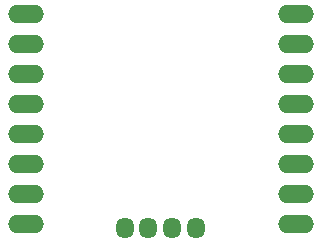
<source format=gbp>
G04 #@! TF.GenerationSoftware,KiCad,Pcbnew,(5.1.0)-1*
G04 #@! TF.CreationDate,2019-05-23T22:12:47+09:00*
G04 #@! TF.ProjectId,ble5,626c6535-2e6b-4696-9361-645f70636258,v1.4*
G04 #@! TF.SameCoordinates,Original*
G04 #@! TF.FileFunction,Paste,Bot*
G04 #@! TF.FilePolarity,Positive*
%FSLAX46Y46*%
G04 Gerber Fmt 4.6, Leading zero omitted, Abs format (unit mm)*
G04 Created by KiCad (PCBNEW (5.1.0)-1) date 2019-05-23 22:12:47*
%MOMM*%
%LPD*%
G04 APERTURE LIST*
%ADD10O,3.048000X1.524000*%
%ADD11O,1.524000X1.800000*%
G04 APERTURE END LIST*
D10*
X114300000Y-44450000D03*
X114300000Y-46990000D03*
X114300000Y-49530000D03*
X114300000Y-52070000D03*
X114300000Y-54610000D03*
X114300000Y-57150000D03*
X114300000Y-59690000D03*
X114300000Y-62230000D03*
X137160000Y-44450000D03*
X137160000Y-46990000D03*
X137160000Y-49530000D03*
X137160000Y-52070000D03*
X137160000Y-54610000D03*
X137160000Y-57150000D03*
X137160000Y-59690000D03*
X137160000Y-62230000D03*
D11*
X128700000Y-62500000D03*
X126700000Y-62500000D03*
X124700000Y-62500000D03*
X122700000Y-62500000D03*
M02*

</source>
